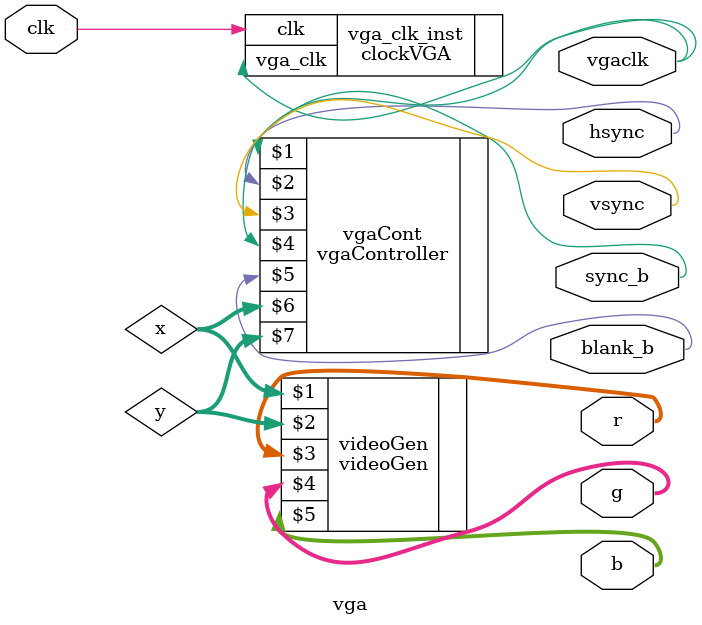
<source format=sv>



module vga(input logic clk,	// Reloj de 50Mhz
	output logic vgaclk, 		// 25.175 MHz VGA clock
	output logic hsync, vsync,	// sicronizacion vertical y horizontal
	output logic sync_b, blank_b, // To monitor & DAC
	output logic [7:0] r, g, b // To video DAC
	); 

	logic [9:0] x, y;
	
	// Create the 25.175 MHz VGA pixel clock
	// 25.175 MHz clk period = 39.772 ns
	// Screen is 800 clocks wide by 525 tall, but only 640 x 480 used
	// HSync = 1/(39.772 ns *800) = 31.470 kHz
	// Vsync = 31.474 kHz / 525 = 59.94 Hz (~60 Hz refresh rate)
	// Instancia de los módulos
	clockVGA vga_clk_inst (
	 .clk(clk),
	 .vga_clk(vgaclk)
	);
	// Generate monitor timing signals
	vgaController vgaCont(vgaclk, hsync, vsync, sync_b, blank_b, x, y);
	// User-defined module to determine pixel color
	videoGen videoGen(x, y, r, g, b);
endmodule

</source>
